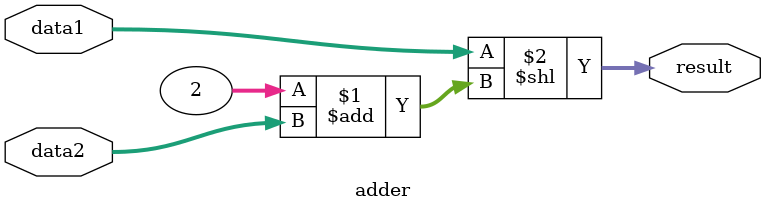
<source format=v>
`timescale 1ns / 1ps


module adder(
    input [31:0] data1,
    input [31:0] data2,
    output [31:0] result
    );

    assign result = data1 << 2 + data2 ;

endmodule

</source>
